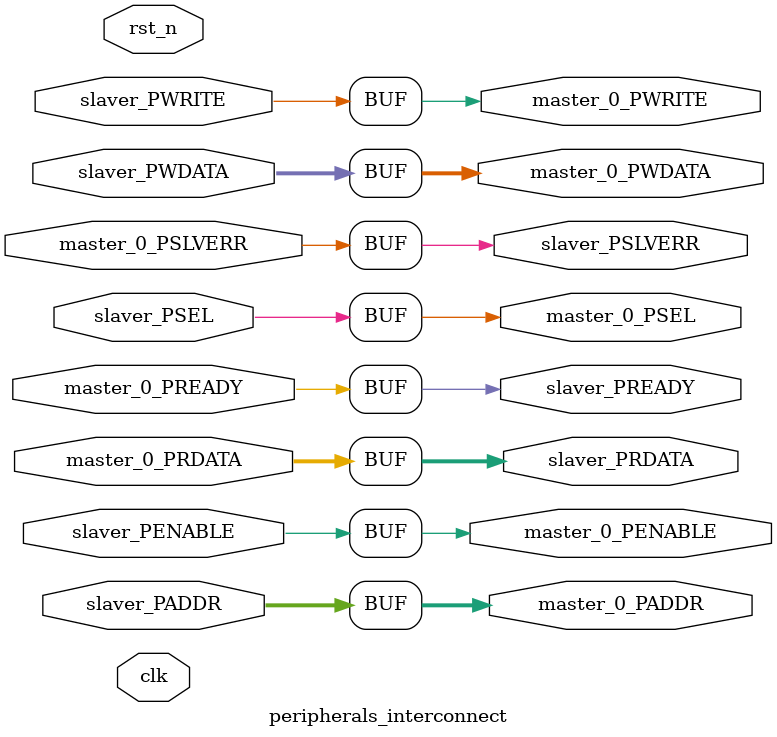
<source format=sv>

`include "memory_map_defines.sv"

module peripherals_interconnect
#(
    parameter ADDR_WIDTH     = 32,
    parameter DATA_WIDTH     = 32,
    parameter BE_WIDTH       = DATA_WIDTH/8,
    parameter ID_WIDTH       = 10,
    parameter AUX_WIDTH      = 8
) (
	input clk,    // Clock
	// input clk_en, // Clock Enable
	input rst_n,  // Asynchronous reset active low


    input  logic [ADDR_WIDTH-1:0]     slaver_PADDR  ,
    input  logic [DATA_WIDTH-1:0]     slaver_PWDATA ,
    input  logic                      slaver_PWRITE ,
    input  logic                      slaver_PSEL   ,
    input  logic                      slaver_PENABLE,
    output logic [DATA_WIDTH-1:0]     slaver_PRDATA ,
    output logic                      slaver_PREADY ,
    output logic                      slaver_PSLVERR,
	
    output logic [ADDR_WIDTH-1:0]     master_0_PADDR  ,
    output logic [DATA_WIDTH-1:0]     master_0_PWDATA ,
    output logic                      master_0_PWRITE ,
    output logic                      master_0_PSEL   ,
    output logic                      master_0_PENABLE,
    input  logic [DATA_WIDTH-1:0]     master_0_PRDATA ,
    input  logic                      master_0_PREADY ,
    input  logic                      master_0_PSLVERR
);

	assign master_0_PADDR   = slaver_PADDR  ;
	assign master_0_PWDATA  = slaver_PWDATA ;
	assign master_0_PWRITE  = slaver_PWRITE ;
	assign master_0_PSEL    = slaver_PSEL   ;
	assign master_0_PENABLE = slaver_PENABLE;
	assign slaver_PRDATA    = master_0_PRDATA ;
	assign slaver_PREADY    = master_0_PREADY ;
	assign slaver_PSLVERR   = master_0_PSLVERR;

endmodule
</source>
